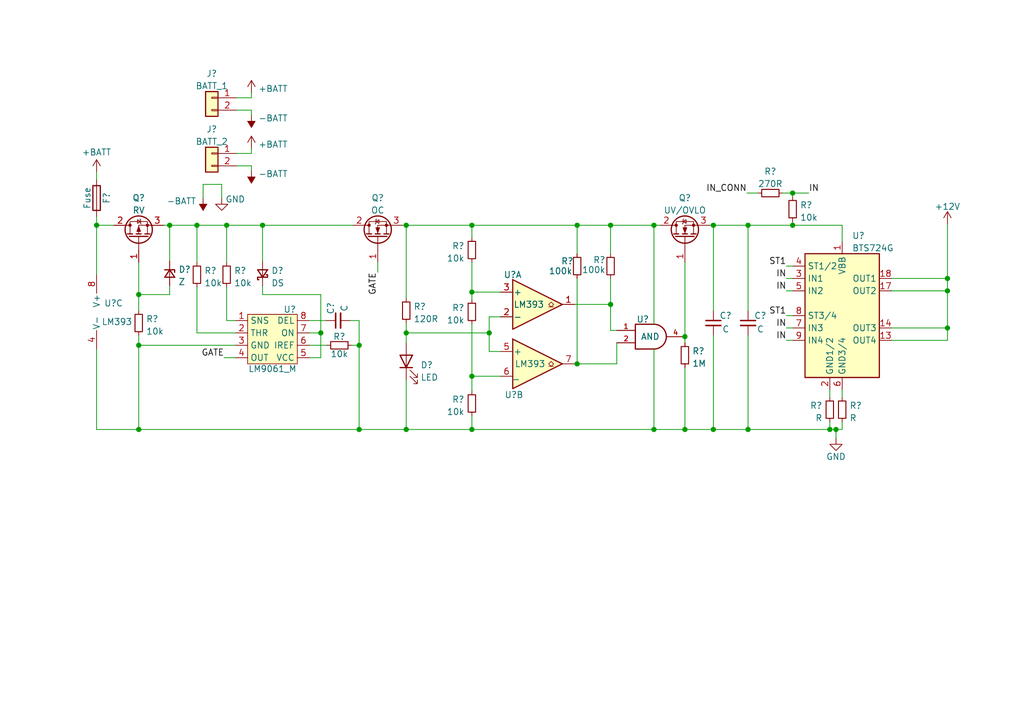
<source format=kicad_sch>
(kicad_sch (version 20211123) (generator eeschema)
  (paper "A5")
  (lib_symbols
    (symbol "74xGxx:74AHC1G08" (pin_names (offset 1.016))
      (property "Reference" "U" (at -2.54 3.81 0))
      (property "Value" "74AHC1G08" (at 0 -3.81 0))
      (symbol "74AHC1G08_0_1"
        (arc (start 0 -2.54) (mid 2.54 0) (end 0 2.54) (stroke (width 0.254)))
        (polyline (pts (xy 0 -2.54) (xy -3.81 -2.54) (xy -3.81 2.54) (xy 0 2.54)) (stroke (width 0.254)))
      )
      (symbol "74AHC1G08_1_1"
        (pin input line (at -7.62 1.27 0) (length 3.81) (name "~") (number "1"))
        (pin input line (at -7.62 -1.27 0) (length 3.81) (name "~") (number "2"))
        (pin power_in line (at 0 -2.54 270) (length 0) hide (name "GND") (number "3"))
        (pin output line (at 6.35 0 180) (length 3.81) (name "~") (number "4"))
        (pin power_in line (at 0 2.54 90) (length 0) hide (name "VCC") (number "5"))
      )
    )
    (symbol "BUCKY_POWER:LM9061_M"
      (property "Reference" "U" (at -3.81 6.35 0))
      (property "Value" "LM9061_M" (at 0 -6.35 0))
      (symbol "LM9061_M_0_1"
        (rectangle (start -5.08 5.08) (end 5.08 -5.08) (stroke (width 0.1524)) (fill (type background)))
      )
      (symbol "LM9061_M_1_1"
        (pin input line (at -7.62 3.81 0) (length 2.54) (name "SNS") (number "1"))
        (pin input line (at -7.62 1.27 0) (length 2.54) (name "THR") (number "2"))
        (pin input line (at -7.62 -1.27 0) (length 2.54) (name "GND") (number "3"))
        (pin input line (at -7.62 -3.81 0) (length 2.54) (name "OUT") (number "4"))
        (pin input line (at 7.62 -3.81 180) (length 2.54) (name "VCC") (number "5"))
        (pin input line (at 7.62 -1.27 180) (length 2.54) (name "IREF") (number "6"))
        (pin input line (at 7.62 1.27 180) (length 2.54) (name "ON") (number "7"))
        (pin input line (at 7.62 3.81 180) (length 2.54) (name "DEL") (number "8"))
      )
    )
    (symbol "Comparator:LM393" (pin_names (offset 0.127))
      (property "Reference" "U" (at 3.81 3.81 0))
      (property "Value" "LM393" (at 6.35 -3.81 0))
      (symbol "LM393_1_1"
        (polyline (pts (xy -5.08 5.08) (xy 5.08 0) (xy -5.08 -5.08) (xy -5.08 5.08)) (stroke (width 0.254)) (fill (type background)))
        (polyline (pts (xy 3.302 -0.508) (xy 2.794 -0.508) (xy 3.302 0) (xy 2.794 0.508) (xy 2.286 0) (xy 2.794 -0.508) (xy 2.286 -0.508)) (stroke (width 0.127)))
        (pin open_collector line (at 7.62 0 180) (length 2.54) (name "~") (number "1"))
        (pin input line (at -7.62 -2.54 0) (length 2.54) (name "-") (number "2"))
        (pin input line (at -7.62 2.54 0) (length 2.54) (name "+") (number "3"))
      )
      (symbol "LM393_2_1"
        (polyline (pts (xy -5.08 5.08) (xy 5.08 0) (xy -5.08 -5.08) (xy -5.08 5.08)) (stroke (width 0.254)) (fill (type background)))
        (polyline (pts (xy 3.302 -0.508) (xy 2.794 -0.508) (xy 3.302 0) (xy 2.794 0.508) (xy 2.286 0) (xy 2.794 -0.508) (xy 2.286 -0.508)) (stroke (width 0.127)))
        (pin input line (at -7.62 2.54 0) (length 2.54) (name "+") (number "5"))
        (pin input line (at -7.62 -2.54 0) (length 2.54) (name "_") (number "6"))
        (pin open_collector line (at 7.62 0 180) (length 2.54) (name "~") (number "7"))
      )
      (symbol "LM393_3_1"
        (pin power_in line (at -2.54 -7.62 90) (length 3.81) (name "V-") (number "4"))
        (pin power_in line (at -2.54 7.62 270) (length 3.81) (name "V+") (number "8"))
      )
    )
    (symbol "Connector_Generic:Conn_01x02" (pin_names (offset 1.016) hide)
      (property "Reference" "J" (at 0 2.54 0))
      (property "Value" "Conn_01x02" (at 0 -5.08 0))
      (symbol "Conn_01x02_1_1"
        (rectangle (start -1.27 -2.413) (end 0 -2.667) (stroke (width 0.1524)))
        (rectangle (start -1.27 0.127) (end 0 -0.127) (stroke (width 0.1524)))
        (rectangle (start -1.27 1.27) (end 1.27 -3.81) (stroke (width 0.254)) (fill (type background)))
        (pin passive line (at -5.08 0 0) (length 3.81) (name "Pin_1") (number "1"))
        (pin passive line (at -5.08 -2.54 0) (length 3.81) (name "Pin_2") (number "2"))
      )
    )
    (symbol "Device:C_Small" (pin_numbers hide) (pin_names (offset 0.254) hide)
      (property "Reference" "C" (at 0.254 1.778 0))
      (property "Value" "C_Small" (at 0.254 -2.032 0))
      (symbol "C_Small_0_1"
        (polyline (pts (xy -1.524 -0.508) (xy 1.524 -0.508)) (stroke (width 0.3302)))
        (polyline (pts (xy -1.524 0.508) (xy 1.524 0.508)) (stroke (width 0.3048)))
      )
      (symbol "C_Small_1_1"
        (pin passive line (at 0 2.54 270) (length 2.032) (name "~") (number "1"))
        (pin passive line (at 0 -2.54 90) (length 2.032) (name "~") (number "2"))
      )
    )
    (symbol "Device:D_Schottky_Small" (pin_numbers hide) (pin_names (offset 0.254) hide)
      (property "Reference" "D" (at -1.27 2.032 0))
      (property "Value" "D_Schottky_Small" (at -7.112 -2.032 0))
      (symbol "D_Schottky_Small_0_1"
        (polyline (pts (xy -0.762 0) (xy 0.762 0)))
        (polyline (pts (xy 0.762 -1.016) (xy -0.762 0) (xy 0.762 1.016) (xy 0.762 -1.016)) (stroke (width 0.254)))
        (polyline (pts (xy -1.27 0.762) (xy -1.27 1.016) (xy -0.762 1.016) (xy -0.762 -1.016) (xy -0.254 -1.016) (xy -0.254 -0.762)) (stroke (width 0.254)))
      )
      (symbol "D_Schottky_Small_1_1"
        (pin passive line (at -2.54 0 0) (length 1.778) (name "K") (number "1"))
        (pin passive line (at 2.54 0 180) (length 1.778) (name "A") (number "2"))
      )
    )
    (symbol "Device:D_Zener_Small" (pin_numbers hide) (pin_names (offset 0.254) hide)
      (property "Reference" "D" (at 0 2.286 0))
      (property "Value" "D_Zener_Small" (at 0 -2.286 0))
      (symbol "D_Zener_Small_0_1"
        (polyline (pts (xy 0.762 0) (xy -0.762 0)))
        (polyline (pts (xy -0.254 1.016) (xy -0.762 1.016) (xy -0.762 -1.016)) (stroke (width 0.254)))
        (polyline (pts (xy 0.762 1.016) (xy -0.762 0) (xy 0.762 -1.016) (xy 0.762 1.016)) (stroke (width 0.254)))
      )
      (symbol "D_Zener_Small_1_1"
        (pin passive line (at -2.54 0 0) (length 1.778) (name "K") (number "1"))
        (pin passive line (at 2.54 0 180) (length 1.778) (name "A") (number "2"))
      )
    )
    (symbol "Device:Fuse" (pin_numbers hide) (pin_names (offset 0))
      (property "Reference" "F" (at 2.032 0 90))
      (property "Value" "Fuse" (at -1.905 0 90))
      (symbol "Fuse_0_1"
        (rectangle (start -0.762 -2.54) (end 0.762 2.54) (stroke (width 0.254)))
        (polyline (pts (xy 0 2.54) (xy 0 -2.54)))
      )
      (symbol "Fuse_1_1"
        (pin passive line (at 0 3.81 270) (length 1.27) (name "~") (number "1"))
        (pin passive line (at 0 -3.81 90) (length 1.27) (name "~") (number "2"))
      )
    )
    (symbol "Device:LED" (pin_numbers hide) (pin_names (offset 1.016) hide)
      (property "Reference" "D" (at 0 2.54 0))
      (property "Value" "LED" (at 0 -2.54 0))
      (symbol "LED_0_1"
        (polyline (pts (xy -1.27 -1.27) (xy -1.27 1.27)) (stroke (width 0.254)))
        (polyline (pts (xy -1.27 0) (xy 1.27 0)))
        (polyline (pts (xy 1.27 -1.27) (xy 1.27 1.27) (xy -1.27 0) (xy 1.27 -1.27)) (stroke (width 0.254)))
        (polyline (pts (xy -3.048 -0.762) (xy -4.572 -2.286) (xy -3.81 -2.286) (xy -4.572 -2.286) (xy -4.572 -1.524)))
        (polyline (pts (xy -1.778 -0.762) (xy -3.302 -2.286) (xy -2.54 -2.286) (xy -3.302 -2.286) (xy -3.302 -1.524)))
      )
      (symbol "LED_1_1"
        (pin passive line (at -3.81 0 0) (length 2.54) (name "K") (number "1"))
        (pin passive line (at 3.81 0 180) (length 2.54) (name "A") (number "2"))
      )
    )
    (symbol "Device:Q_NMOS_GDS" (pin_names (offset 0) hide)
      (property "Reference" "Q" (at 5.08 1.27 0))
      (property "Value" "Q_NMOS_GDS" (at 5.08 -1.27 0))
      (symbol "Q_NMOS_GDS_0_1"
        (polyline (pts (xy 0.254 0) (xy -2.54 0)))
        (polyline (pts (xy 0.254 1.905) (xy 0.254 -1.905)) (stroke (width 0.254)))
        (polyline (pts (xy 0.762 -1.27) (xy 0.762 -2.286)) (stroke (width 0.254)))
        (polyline (pts (xy 0.762 0.508) (xy 0.762 -0.508)) (stroke (width 0.254)))
        (polyline (pts (xy 0.762 2.286) (xy 0.762 1.27)) (stroke (width 0.254)))
        (polyline (pts (xy 2.54 2.54) (xy 2.54 1.778)))
        (polyline (pts (xy 2.54 -2.54) (xy 2.54 0) (xy 0.762 0)))
        (polyline (pts (xy 0.762 -1.778) (xy 3.302 -1.778) (xy 3.302 1.778) (xy 0.762 1.778)))
        (polyline (pts (xy 1.016 0) (xy 2.032 0.381) (xy 2.032 -0.381) (xy 1.016 0)) (fill (type outline)))
        (polyline (pts (xy 2.794 0.508) (xy 2.921 0.381) (xy 3.683 0.381) (xy 3.81 0.254)))
        (polyline (pts (xy 3.302 0.381) (xy 2.921 -0.254) (xy 3.683 -0.254) (xy 3.302 0.381)))
        (circle (center 1.651 0) (radius 2.794) (stroke (width 0.254)))
        (circle (center 2.54 -1.778) (radius 0.254) (fill (type outline)))
        (circle (center 2.54 1.778) (radius 0.254) (fill (type outline)))
      )
      (symbol "Q_NMOS_GDS_1_1"
        (pin input line (at -5.08 0 0) (length 2.54) (name "G") (number "1"))
        (pin passive line (at 2.54 5.08 270) (length 2.54) (name "D") (number "2"))
        (pin passive line (at 2.54 -5.08 90) (length 2.54) (name "S") (number "3"))
      )
    )
    (symbol "Device:Q_PMOS_GDS" (pin_names (offset 0) hide)
      (property "Reference" "Q" (at 5.08 1.27 0))
      (property "Value" "Q_PMOS_GDS" (at 5.08 -1.27 0))
      (symbol "Q_PMOS_GDS_0_1"
        (polyline (pts (xy 0.254 0) (xy -2.54 0)))
        (polyline (pts (xy 0.254 1.905) (xy 0.254 -1.905)) (stroke (width 0.254)))
        (polyline (pts (xy 0.762 -1.27) (xy 0.762 -2.286)) (stroke (width 0.254)))
        (polyline (pts (xy 0.762 0.508) (xy 0.762 -0.508)) (stroke (width 0.254)))
        (polyline (pts (xy 0.762 2.286) (xy 0.762 1.27)) (stroke (width 0.254)))
        (polyline (pts (xy 2.54 2.54) (xy 2.54 1.778)))
        (polyline (pts (xy 2.54 -2.54) (xy 2.54 0) (xy 0.762 0)))
        (polyline (pts (xy 0.762 1.778) (xy 3.302 1.778) (xy 3.302 -1.778) (xy 0.762 -1.778)))
        (polyline (pts (xy 2.286 0) (xy 1.27 0.381) (xy 1.27 -0.381) (xy 2.286 0)) (fill (type outline)))
        (polyline (pts (xy 2.794 -0.508) (xy 2.921 -0.381) (xy 3.683 -0.381) (xy 3.81 -0.254)))
        (polyline (pts (xy 3.302 -0.381) (xy 2.921 0.254) (xy 3.683 0.254) (xy 3.302 -0.381)))
        (circle (center 1.651 0) (radius 2.794) (stroke (width 0.254)))
        (circle (center 2.54 -1.778) (radius 0.254) (fill (type outline)))
        (circle (center 2.54 1.778) (radius 0.254) (fill (type outline)))
      )
      (symbol "Q_PMOS_GDS_1_1"
        (pin input line (at -5.08 0 0) (length 2.54) (name "G") (number "1"))
        (pin passive line (at 2.54 5.08 270) (length 2.54) (name "D") (number "2"))
        (pin passive line (at 2.54 -5.08 90) (length 2.54) (name "S") (number "3"))
      )
    )
    (symbol "Device:R_Small" (pin_numbers hide) (pin_names (offset 0.254) hide)
      (property "Reference" "R" (at 0.762 0.508 0))
      (property "Value" "R_Small" (at 0.762 -1.016 0))
      (symbol "R_Small_0_1"
        (rectangle (start -0.762 1.778) (end 0.762 -1.778) (stroke (width 0.2032)))
      )
      (symbol "R_Small_1_1"
        (pin passive line (at 0 2.54 270) (length 0.762) (name "~") (number "1"))
        (pin passive line (at 0 -2.54 90) (length 0.762) (name "~") (number "2"))
      )
    )
    (symbol "Power_Management:BTS724G"
      (property "Reference" "U" (at -6.35 13.97 0))
      (property "Value" "BTS724G" (at 5.08 13.97 0))
      (symbol "BTS724G_0_1"
        (rectangle (start -7.62 12.7) (end 7.62 -12.7) (stroke (width 0.254)) (fill (type background)))
      )
      (symbol "BTS724G_1_1"
        (pin power_in line (at 0 15.24 270) (length 2.54) (name "VBB") (number "1"))
        (pin passive line (at 0 15.24 270) (length 2.54) hide (name "VBB") (number "10"))
        (pin passive line (at 0 15.24 270) (length 2.54) hide (name "VBB") (number "11"))
        (pin passive line (at 0 15.24 270) (length 2.54) hide (name "VBB") (number "12"))
        (pin open_emitter line (at 10.16 -5.08 180) (length 2.54) (name "OUT4") (number "13"))
        (pin open_emitter line (at 10.16 -2.54 180) (length 2.54) (name "OUT3") (number "14"))
        (pin passive line (at 0 15.24 270) (length 2.54) hide (name "VBB") (number "15"))
        (pin passive line (at 0 15.24 270) (length 2.54) hide (name "VBB") (number "16"))
        (pin open_emitter line (at 10.16 5.08 180) (length 2.54) (name "OUT2") (number "17"))
        (pin open_emitter line (at 10.16 7.62 180) (length 2.54) (name "OUT1") (number "18"))
        (pin passive line (at 0 15.24 270) (length 2.54) hide (name "VBB") (number "19"))
        (pin power_in line (at -2.54 -15.24 90) (length 2.54) (name "GND1/2") (number "2"))
        (pin passive line (at 0 15.24 270) (length 2.54) hide (name "VBB") (number "20"))
        (pin input line (at -10.16 7.62 0) (length 2.54) (name "IN1") (number "3"))
        (pin open_collector line (at -10.16 10.16 0) (length 2.54) (name "ST1/2") (number "4"))
        (pin input line (at -10.16 5.08 0) (length 2.54) (name "IN2") (number "5"))
        (pin power_in line (at 0 -15.24 90) (length 2.54) (name "GND3/4") (number "6"))
        (pin input line (at -10.16 -2.54 0) (length 2.54) (name "IN3") (number "7"))
        (pin open_collector line (at -10.16 0 0) (length 2.54) (name "ST3/4") (number "8"))
        (pin input line (at -10.16 -5.08 0) (length 2.54) (name "IN4") (number "9"))
      )
    )
    (symbol "power:+12V" (power) (pin_names (offset 0))
      (property "Value" "+12V" (at 0 3.556 0))
      (symbol "+12V_0_1"
        (polyline (pts (xy -0.762 1.27) (xy 0 2.54)))
        (polyline (pts (xy 0 0) (xy 0 2.54)))
        (polyline (pts (xy 0 2.54) (xy 0.762 1.27)))
      )
      (symbol "+12V_1_1"
        (pin power_in line (at 0 0 90) (length 0) hide (name "+12V") (number "1"))
      )
    )
    (symbol "power:+BATT" (power) (pin_names (offset 0))
      (property "Value" "+BATT" (at 0 3.556 0))
      (symbol "+BATT_0_1"
        (polyline (pts (xy -0.762 1.27) (xy 0 2.54)))
        (polyline (pts (xy 0 0) (xy 0 2.54)))
        (polyline (pts (xy 0 2.54) (xy 0.762 1.27)))
      )
      (symbol "+BATT_1_1"
        (pin power_in line (at 0 0 90) (length 0) hide (name "+BATT") (number "1"))
      )
    )
    (symbol "power:-BATT" (power) (pin_names (offset 0))
      (property "Value" "-BATT" (at 0 3.556 0))
      (symbol "-BATT_0_1"
        (polyline (pts (xy 0 0) (xy 0 2.54)))
        (polyline (pts (xy 0.762 1.27) (xy -0.762 1.27) (xy 0 2.54) (xy 0.762 1.27)) (fill (type outline)))
      )
      (symbol "-BATT_1_1"
        (pin power_in line (at 0 0 90) (length 0) hide (name "-BATT") (number "1"))
      )
    )
    (symbol "power:GND" (power) (pin_names (offset 0))
      (property "Value" "GND" (at 0 -3.81 0))
      (symbol "GND_0_1"
        (polyline (pts (xy 0 0) (xy 0 -1.27) (xy 1.27 -1.27) (xy 0 -2.54) (xy -1.27 -1.27) (xy 0 -1.27)))
      )
      (symbol "GND_1_1"
        (pin power_in line (at 0 0 270) (length 0) hide (name "GND") (number "1"))
      )
    )
  )
  (junction (at 134.112 88.138))
  (junction (at 146.304 88.138))
  (junction (at 83.312 88.138))
  (junction (at 146.304 46.228))
  (junction (at 40.386 46.228))
  (junction (at 125.222 46.228))
  (junction (at 96.774 46.228))
  (junction (at 96.774 88.138))
  (junction (at 28.448 60.452))
  (junction (at 162.56 39.624))
  (junction (at 194.31 57.15))
  (junction (at 171.45 88.138))
  (junction (at 83.312 68.326))
  (junction (at 28.448 70.866))
  (junction (at 96.774 59.944))
  (junction (at 125.222 62.484))
  (junction (at 19.812 46.228))
  (junction (at 194.31 67.31))
  (junction (at 46.482 46.228))
  (junction (at 194.31 59.69))
  (junction (at 73.66 88.138))
  (junction (at 118.364 46.228))
  (junction (at 65.786 68.326))
  (junction (at 34.798 46.228))
  (junction (at 53.848 46.228))
  (junction (at 73.66 70.866))
  (junction (at 28.448 88.138))
  (junction (at 140.462 69.088))
  (junction (at 153.416 88.138))
  (junction (at 134.112 46.228))
  (junction (at 83.312 46.228))
  (junction (at 162.56 46.228))
  (junction (at 96.774 77.216))
  (junction (at 118.364 74.676))
  (junction (at 153.416 46.228))
  (junction (at 170.18 88.138))
  (junction (at 140.462 88.138))
  (junction (at 100.33 68.326))
  (wire (pts (xy 96.774 46.228) (xy 96.774 48.768)))
  (wire (pts (xy 28.448 60.452) (xy 28.448 63.754)))
  (wire (pts (xy 125.222 67.818) (xy 126.492 67.818)))
  (wire (pts (xy 153.416 88.138) (xy 170.18 88.138)))
  (wire (pts (xy 63.5 68.326) (xy 65.786 68.326)))
  (wire (pts (xy 45.466 40.64) (xy 45.466 37.846)))
  (wire (pts (xy 100.33 68.326) (xy 100.33 72.136)))
  (wire (pts (xy 182.88 67.31) (xy 194.31 67.31)))
  (wire (pts (xy 126.492 74.676) (xy 118.364 74.676)))
  (wire (pts (xy 162.56 39.624) (xy 162.56 40.386)))
  (wire (pts (xy 45.974 73.406) (xy 48.26 73.406)))
  (wire (pts (xy 161.29 67.31) (xy 162.56 67.31)))
  (wire (pts (xy 65.786 73.406) (xy 63.5 73.406)))
  (wire (pts (xy 194.31 45.974) (xy 194.31 57.15)))
  (wire (pts (xy 65.786 68.326) (xy 65.786 73.406)))
  (wire (pts (xy 40.386 46.228) (xy 40.386 53.848)))
  (wire (pts (xy 182.88 59.69) (xy 194.31 59.69)))
  (wire (pts (xy 160.528 39.624) (xy 162.56 39.624)))
  (wire (pts (xy 65.786 60.452) (xy 65.786 68.326)))
  (wire (pts (xy 83.312 77.978) (xy 83.312 88.138)))
  (wire (pts (xy 41.656 37.846) (xy 41.656 40.64)))
  (wire (pts (xy 194.31 57.15) (xy 194.31 59.69)))
  (wire (pts (xy 118.364 57.15) (xy 118.364 74.676)))
  (wire (pts (xy 48.26 70.866) (xy 28.448 70.866)))
  (wire (pts (xy 51.562 31.496) (xy 51.562 30.48)))
  (wire (pts (xy 161.29 64.77) (xy 162.56 64.77)))
  (wire (pts (xy 19.812 88.138) (xy 28.448 88.138)))
  (wire (pts (xy 83.312 66.294) (xy 83.312 68.326)))
  (wire (pts (xy 172.72 86.614) (xy 172.72 88.138)))
  (wire (pts (xy 170.18 80.01) (xy 170.18 81.534)))
  (wire (pts (xy 100.33 65.024) (xy 100.33 68.326)))
  (wire (pts (xy 145.542 46.228) (xy 146.304 46.228)))
  (wire (pts (xy 83.312 46.228) (xy 96.774 46.228)))
  (wire (pts (xy 45.466 37.846) (xy 41.656 37.846)))
  (wire (pts (xy 51.562 23.622) (xy 51.562 22.606)))
  (wire (pts (xy 83.312 61.214) (xy 83.312 46.228)))
  (wire (pts (xy 46.482 58.928) (xy 46.482 65.786)))
  (wire (pts (xy 48.514 31.496) (xy 51.562 31.496)))
  (wire (pts (xy 53.848 60.452) (xy 65.786 60.452)))
  (wire (pts (xy 53.848 46.228) (xy 53.848 53.594)))
  (wire (pts (xy 117.856 62.484) (xy 125.222 62.484)))
  (wire (pts (xy 153.416 68.834) (xy 153.416 88.138)))
  (wire (pts (xy 153.416 46.228) (xy 162.56 46.228)))
  (wire (pts (xy 83.312 68.326) (xy 83.312 70.358)))
  (wire (pts (xy 96.774 53.848) (xy 96.774 59.944)))
  (wire (pts (xy 73.66 70.866) (xy 73.66 88.138)))
  (wire (pts (xy 125.222 46.228) (xy 125.222 52.07)))
  (wire (pts (xy 53.848 46.228) (xy 72.39 46.228)))
  (wire (pts (xy 140.462 88.138) (xy 146.304 88.138)))
  (wire (pts (xy 48.514 20.066) (xy 51.562 20.066)))
  (wire (pts (xy 146.304 88.138) (xy 153.416 88.138)))
  (wire (pts (xy 134.112 71.628) (xy 134.112 88.138)))
  (wire (pts (xy 153.416 63.754) (xy 153.416 46.228)))
  (wire (pts (xy 96.774 46.228) (xy 118.364 46.228)))
  (wire (pts (xy 134.112 88.138) (xy 140.462 88.138)))
  (wire (pts (xy 162.56 45.466) (xy 162.56 46.228)))
  (wire (pts (xy 46.482 53.848) (xy 46.482 46.228)))
  (wire (pts (xy 63.5 70.866) (xy 67.056 70.866)))
  (wire (pts (xy 172.72 46.228) (xy 172.72 49.53)))
  (wire (pts (xy 40.386 58.928) (xy 40.386 68.326)))
  (wire (pts (xy 34.798 58.674) (xy 34.798 60.452)))
  (wire (pts (xy 134.112 46.228) (xy 134.112 66.548)))
  (wire (pts (xy 28.448 53.848) (xy 28.448 60.452)))
  (wire (pts (xy 134.112 46.228) (xy 135.382 46.228)))
  (wire (pts (xy 170.18 88.138) (xy 171.45 88.138)))
  (wire (pts (xy 194.31 67.31) (xy 194.31 69.85)))
  (wire (pts (xy 102.616 59.944) (xy 96.774 59.944)))
  (wire (pts (xy 102.616 77.216) (xy 96.774 77.216)))
  (wire (pts (xy 19.812 35.306) (xy 19.812 36.83)))
  (wire (pts (xy 170.18 86.614) (xy 170.18 88.138)))
  (wire (pts (xy 34.798 46.228) (xy 34.798 53.594)))
  (wire (pts (xy 40.386 68.326) (xy 48.26 68.326)))
  (wire (pts (xy 28.448 70.866) (xy 28.448 88.138)))
  (wire (pts (xy 162.56 39.624) (xy 165.862 39.624)))
  (wire (pts (xy 146.304 68.834) (xy 146.304 88.138)))
  (wire (pts (xy 146.304 46.228) (xy 153.416 46.228)))
  (wire (pts (xy 118.364 46.228) (xy 125.222 46.228)))
  (wire (pts (xy 161.29 57.15) (xy 162.56 57.15)))
  (wire (pts (xy 140.462 69.088) (xy 140.462 70.358)))
  (wire (pts (xy 118.364 74.676) (xy 117.856 74.676)))
  (wire (pts (xy 182.88 57.15) (xy 194.31 57.15)))
  (wire (pts (xy 51.562 20.066) (xy 51.562 19.05)))
  (wire (pts (xy 19.812 44.45) (xy 19.812 46.228)))
  (wire (pts (xy 96.774 88.138) (xy 134.112 88.138)))
  (wire (pts (xy 194.31 59.69) (xy 194.31 67.31)))
  (wire (pts (xy 19.812 46.228) (xy 19.812 56.388)))
  (wire (pts (xy 28.448 68.834) (xy 28.448 70.866)))
  (wire (pts (xy 73.66 88.138) (xy 83.312 88.138)))
  (wire (pts (xy 125.222 62.484) (xy 125.222 67.818)))
  (wire (pts (xy 100.33 65.024) (xy 102.616 65.024)))
  (wire (pts (xy 77.47 53.848) (xy 77.47 55.88)))
  (wire (pts (xy 34.798 46.228) (xy 40.386 46.228)))
  (wire (pts (xy 19.812 46.228) (xy 23.368 46.228)))
  (wire (pts (xy 161.29 69.85) (xy 162.56 69.85)))
  (wire (pts (xy 172.72 80.01) (xy 172.72 81.534)))
  (wire (pts (xy 172.72 88.138) (xy 171.45 88.138)))
  (wire (pts (xy 153.162 39.624) (xy 155.448 39.624)))
  (wire (pts (xy 82.55 46.228) (xy 83.312 46.228)))
  (wire (pts (xy 46.482 46.228) (xy 53.848 46.228)))
  (wire (pts (xy 72.136 70.866) (xy 73.66 70.866)))
  (wire (pts (xy 161.29 54.61) (xy 162.56 54.61)))
  (wire (pts (xy 125.222 57.15) (xy 125.222 62.484)))
  (wire (pts (xy 83.312 68.326) (xy 100.33 68.326)))
  (wire (pts (xy 162.56 46.228) (xy 172.72 46.228)))
  (wire (pts (xy 40.386 46.228) (xy 46.482 46.228)))
  (wire (pts (xy 71.882 65.786) (xy 73.66 65.786)))
  (wire (pts (xy 100.33 72.136) (xy 102.616 72.136)))
  (wire (pts (xy 33.528 46.228) (xy 34.798 46.228)))
  (wire (pts (xy 171.45 88.138) (xy 171.45 89.916)))
  (wire (pts (xy 51.562 35.052) (xy 51.562 34.036)))
  (wire (pts (xy 140.462 53.848) (xy 140.462 69.088)))
  (wire (pts (xy 118.364 52.07) (xy 118.364 46.228)))
  (wire (pts (xy 182.88 69.85) (xy 194.31 69.85)))
  (wire (pts (xy 96.774 66.548) (xy 96.774 77.216)))
  (wire (pts (xy 73.66 65.786) (xy 73.66 70.866)))
  (wire (pts (xy 34.798 60.452) (xy 28.448 60.452)))
  (wire (pts (xy 83.312 88.138) (xy 96.774 88.138)))
  (wire (pts (xy 146.304 63.754) (xy 146.304 46.228)))
  (wire (pts (xy 19.812 71.628) (xy 19.812 88.138)))
  (wire (pts (xy 51.562 22.606) (xy 48.514 22.606)))
  (wire (pts (xy 63.5 65.786) (xy 66.802 65.786)))
  (wire (pts (xy 126.492 70.358) (xy 126.492 74.676)))
  (wire (pts (xy 28.448 88.138) (xy 73.66 88.138)))
  (wire (pts (xy 46.482 65.786) (xy 48.26 65.786)))
  (wire (pts (xy 53.848 58.674) (xy 53.848 60.452)))
  (wire (pts (xy 140.462 75.438) (xy 140.462 88.138)))
  (wire (pts (xy 161.29 59.69) (xy 162.56 59.69)))
  (wire (pts (xy 51.562 34.036) (xy 48.514 34.036)))
  (wire (pts (xy 125.222 46.228) (xy 134.112 46.228)))
  (wire (pts (xy 96.774 59.944) (xy 96.774 61.468)))
  (wire (pts (xy 96.774 77.216) (xy 96.774 80.264)))
  (wire (pts (xy 96.774 85.344) (xy 96.774 88.138)))
  (label "IN" (at 161.29 57.15 180))
  (label "GATE" (at 45.974 73.406 180))
  (label "IN_CONN" (at 153.162 39.624 180))
  (label "ST1" (at 161.29 54.61 180))
  (label "IN" (at 161.29 69.85 180))
  (label "IN" (at 161.29 67.31 180))
  (label "ST1" (at 161.29 64.77 180))
  (label "IN" (at 161.29 59.69 180))
  (label "GATE" (at 77.47 55.88 270))
  (label "IN" (at 165.862 39.624 0))
  (symbol (lib_id "Device:R_Small") (at 96.774 82.804 0) (mirror x) (unit 1)
    (property "Reference" "R?" (at 95.2755 81.9693 0) (effects (justify right)))
    (property "Value" "10k" (at 95.2755 84.5062 0) (effects (justify right)))
  )
  (symbol (lib_id "power:+BATT") (at 51.562 30.48 0) (unit 1)
    (property "Reference" "#PWR?" (effects hide))
    (property "Value" "+BATT" (at 52.959 29.6438 0) (effects (justify left)))
  )
  (symbol (lib_id "power:+12V") (at 194.31 45.974 0) (unit 1)
    (property "Reference" "#PWR?" (effects hide))
    (property "Value" "+12V" (at 194.31 42.3982 0))
  )
  (symbol (lib_id "power:+BATT") (at 19.812 35.306 0) (unit 1)
    (property "Reference" "#PWR?" (effects hide))
    (property "Value" "+BATT" (at 16.764 31.242 0) (effects (justify left)))
  )
  (symbol (lib_id "power:-BATT") (at 51.562 35.052 180) (unit 1)
    (property "Reference" "#PWR?" (effects hide))
    (property "Value" "-BATT" (at 56.007 35.687 0))
  )
  (symbol (lib_id "Device:R_Small") (at 96.774 51.308 0) (mirror x) (unit 1)
    (property "Reference" "R?" (at 95.2755 50.4733 0) (effects (justify right)))
    (property "Value" "10k" (at 95.2755 53.0102 0) (effects (justify right)))
  )
  (symbol (lib_id "Connector_Generic:Conn_01x02") (at 43.434 20.066 0) (mirror y) (unit 1)
    (property "Reference" "J?" (at 43.434 15.0962 0))
    (property "Value" "BATT_1" (at 43.434 17.6331 0))
  )
  (symbol (lib_id "Comparator:LM393") (at 110.236 74.676 0) (unit 2)
    (property "Reference" "U?" (at 105.41 81.026 0))
    (property "Value" "LM393" (at 108.712 74.676 0))
    (property "Datasheet" "http://www.ti.com/lit/ds/symlink/lm393.pdf" (effects hide))
  )
  (symbol (lib_id "Device:R_Small") (at 83.312 63.754 0) (mirror y) (unit 1)
    (property "Reference" "R?" (at 84.8106 62.9193 0) (effects (justify right)))
    (property "Value" "120R" (at 84.8106 65.4562 0) (effects (justify right)))
  )
  (symbol (lib_id "Device:R_Small") (at 118.364 54.61 0) (unit 1)
    (property "Reference" "R?" (at 115.062 53.594 0) (effects (justify left)))
    (property "Value" "100k" (at 112.522 55.626 0) (effects (justify left)))
  )
  (symbol (lib_id "power:-BATT") (at 41.656 40.64 0) (mirror x) (unit 1)
    (property "Reference" "#PWR?" (effects hide))
    (property "Value" "-BATT" (at 37.211 41.275 0))
  )
  (symbol (lib_id "Device:C_Small") (at 69.342 65.786 90) (unit 1)
    (property "Reference" "C?" (at 67.818 61.976 0) (effects (justify right)))
    (property "Value" "C" (at 70.612 62.484 0) (effects (justify right)))
  )
  (symbol (lib_id "Device:D_Schottky_Small") (at 53.848 56.134 90) (unit 1)
    (property "Reference" "D?" (at 55.626 55.5533 90) (effects (justify right)))
    (property "Value" "DS" (at 55.626 58.0902 90) (effects (justify right)))
  )
  (symbol (lib_id "Device:R_Small") (at 40.386 56.388 0) (mirror y) (unit 1)
    (property "Reference" "R?" (at 41.8846 55.5533 0) (effects (justify right)))
    (property "Value" "10k" (at 41.8846 58.0902 0) (effects (justify right)))
  )
  (symbol (lib_id "Device:LED") (at 83.312 74.168 90) (unit 1)
    (property "Reference" "D?" (at 86.233 74.9208 90) (effects (justify right)))
    (property "Value" "LED" (at 86.233 77.4577 90) (effects (justify right)))
  )
  (symbol (lib_id "Device:Q_PMOS_GDS") (at 28.448 48.768 90) (unit 1)
    (property "Reference" "Q?" (at 28.448 40.6232 90))
    (property "Value" "RV" (at 28.448 43.1601 90))
  )
  (symbol (lib_id "Device:R_Small") (at 170.18 84.074 0) (mirror x) (unit 1)
    (property "Reference" "R?" (at 168.6814 83.2393 0) (effects (justify right)))
    (property "Value" "R" (at 168.6814 85.7762 0) (effects (justify right)))
  )
  (symbol (lib_id "power:-BATT") (at 51.562 23.622 180) (unit 1)
    (property "Reference" "#PWR?" (effects hide))
    (property "Value" "-BATT" (at 56.007 24.257 0))
  )
  (symbol (lib_id "Device:R_Small") (at 157.988 39.624 270) (mirror x) (unit 1)
    (property "Reference" "R?" (at 157.988 35.1876 90))
    (property "Value" "270R" (at 157.988 37.7245 90))
  )
  (symbol (lib_id "Device:R_Small") (at 28.448 66.294 0) (mirror y) (unit 1)
    (property "Reference" "R?" (at 29.9466 65.4593 0) (effects (justify right)))
    (property "Value" "10k" (at 29.9466 67.9962 0) (effects (justify right)))
  )
  (symbol (lib_id "BUCKY_POWER:LM9061_M") (at 55.88 69.596 0) (unit 1)
    (property "Reference" "U?" (at 59.436 63.5 0))
    (property "Value" "LM9061_M" (at 55.88 75.692 0))
    (property "Footprint" "Package_SO:SOIC-8_3.9x4.9mm_P1.27mm" (effects hide))
    (property "Datasheet" "https://www.ti.com/lit/ds/symlink/lm9061-q1.pdf?ts=1674235134259&ref_url=https%253A%252F%252F" (effects hide))
  )
  (symbol (lib_id "Comparator:LM393") (at 110.236 62.484 0) (unit 1)
    (property "Reference" "U?" (at 105.156 56.388 0))
    (property "Value" "LM393" (at 108.458 62.484 0))
    (property "Datasheet" "http://www.ti.com/lit/ds/symlink/lm393.pdf" (effects hide))
  )
  (symbol (lib_id "power:GND") (at 45.466 40.64 0) (unit 1)
    (property "Reference" "#PWR?" (effects hide))
    (property "Value" "GND" (at 48.26 40.894 0))
  )
  (symbol (lib_id "Device:R_Small") (at 96.774 64.008 0) (mirror x) (unit 1)
    (property "Reference" "R?" (at 95.2755 63.1733 0) (effects (justify right)))
    (property "Value" "10k" (at 95.2755 65.7102 0) (effects (justify right)))
  )
  (symbol (lib_id "Device:Q_NMOS_GDS") (at 140.462 48.768 90) (unit 1)
    (property "Reference" "Q?" (at 140.462 40.6232 90))
    (property "Value" "UV/OVLO" (at 140.462 43.1601 90))
  )
  (symbol (lib_id "74xGxx:74AHC1G08") (at 134.112 69.088 0) (unit 1)
    (property "Reference" "U?" (at 131.826 65.532 0))
    (property "Value" "AND" (at 133.35 69.088 0))
    (property "Datasheet" "http://www.ti.com/lit/sg/scyt129e/scyt129e.pdf" (effects hide))
  )
  (symbol (lib_id "Device:Q_NMOS_GDS") (at 77.47 48.768 90) (unit 1)
    (property "Reference" "Q?" (at 77.47 40.6232 90))
    (property "Value" "OC" (at 77.47 43.1601 90))
  )
  (symbol (lib_id "power:+BATT") (at 51.562 19.05 0) (unit 1)
    (property "Reference" "#PWR?" (effects hide))
    (property "Value" "+BATT" (at 52.959 18.2138 0) (effects (justify left)))
  )
  (symbol (lib_id "Device:R_Small") (at 69.596 70.866 90) (mirror x) (unit 1)
    (property "Reference" "R?" (at 69.596 69.088 90))
    (property "Value" "10k" (at 69.596 72.644 90))
  )
  (symbol (lib_id "Power_Management:BTS724G") (at 172.72 64.77 0) (unit 1)
    (property "Reference" "U?" (at 174.7394 48.3702 0) (effects (justify left)))
    (property "Value" "BTS724G" (at 174.7394 50.9071 0) (effects (justify left)))
    (property "Footprint" "Package_SO:Infineon_PG-DSO-20-32" (effects hide))
    (property "Datasheet" "https://www.infineon.com/dgdl/Infineon-BTS724G-DS-v01_00-EN.pdf?fileId=5546d4625a888733015aa3a2f1030ff1" (effects hide))
  )
  (symbol (lib_id "Device:D_Zener_Small") (at 34.798 56.134 270) (unit 1)
    (property "Reference" "D?" (at 36.576 55.2993 90) (effects (justify left)))
    (property "Value" "Z" (at 36.576 57.8362 90) (effects (justify left)))
  )
  (symbol (lib_id "Comparator:LM393") (at 17.272 64.008 0) (mirror y) (unit 3)
    (property "Reference" "U?" (at 21.336 62.23 0) (effects (justify right)))
    (property "Value" "LM393" (at 20.828 66.04 0) (effects (justify right)))
    (property "Datasheet" "http://www.ti.com/lit/ds/symlink/lm393.pdf" (effects hide))
  )
  (symbol (lib_id "Device:R_Small") (at 172.72 84.074 180) (unit 1)
    (property "Reference" "R?" (at 174.2186 83.2393 0) (effects (justify right)))
    (property "Value" "R" (at 174.2186 85.7762 0) (effects (justify right)))
  )
  (symbol (lib_id "Device:R_Small") (at 162.56 42.926 0) (mirror y) (unit 1)
    (property "Reference" "R?" (at 164.0586 42.0913 0) (effects (justify right)))
    (property "Value" "10k" (at 164.0586 44.6282 0) (effects (justify right)))
  )
  (symbol (lib_id "power:GND") (at 171.45 89.916 0) (unit 1)
    (property "Reference" "#PWR?" (effects hide))
    (property "Value" "GND" (at 171.45 93.726 0))
  )
  (symbol (lib_id "Device:C_Small") (at 153.416 66.294 0) (unit 1)
    (property "Reference" "C?" (at 157.226 64.77 0) (effects (justify right)))
    (property "Value" "C" (at 156.718 67.564 0) (effects (justify right)))
  )
  (symbol (lib_id "Device:Fuse") (at 19.812 40.64 180) (unit 1)
    (property "Reference" "F?" (at 21.844 40.64 90))
    (property "Value" "Fuse" (at 17.8871 40.64 90))
  )
  (symbol (lib_id "Connector_Generic:Conn_01x02") (at 43.434 31.496 0) (mirror y) (unit 1)
    (property "Reference" "J?" (at 43.434 26.5262 0))
    (property "Value" "BATT_2" (at 43.434 29.0631 0))
  )
  (symbol (lib_id "Device:R_Small") (at 140.462 72.898 0) (mirror y) (unit 1)
    (property "Reference" "R?" (at 141.9606 72.0633 0) (effects (justify right)))
    (property "Value" "1M" (at 141.9606 74.6002 0) (effects (justify right)))
  )
  (symbol (lib_id "Device:R_Small") (at 125.222 54.61 0) (mirror x) (unit 1)
    (property "Reference" "R?" (at 124.206 53.34 0) (effects (justify right)))
    (property "Value" "100k" (at 124.206 55.372 0) (effects (justify right)))
  )
  (symbol (lib_id "Device:R_Small") (at 46.482 56.388 0) (mirror y) (unit 1)
    (property "Reference" "R?" (at 47.9806 55.5533 0) (effects (justify right)))
    (property "Value" "10k" (at 47.9806 58.0902 0) (effects (justify right)))
  )
  (symbol (lib_id "Device:C_Small") (at 146.304 66.294 0) (unit 1)
    (property "Reference" "C?" (at 150.114 64.77 0) (effects (justify right)))
    (property "Value" "C" (at 149.606 67.564 0) (effects (justify right)))
  )
)
</source>
